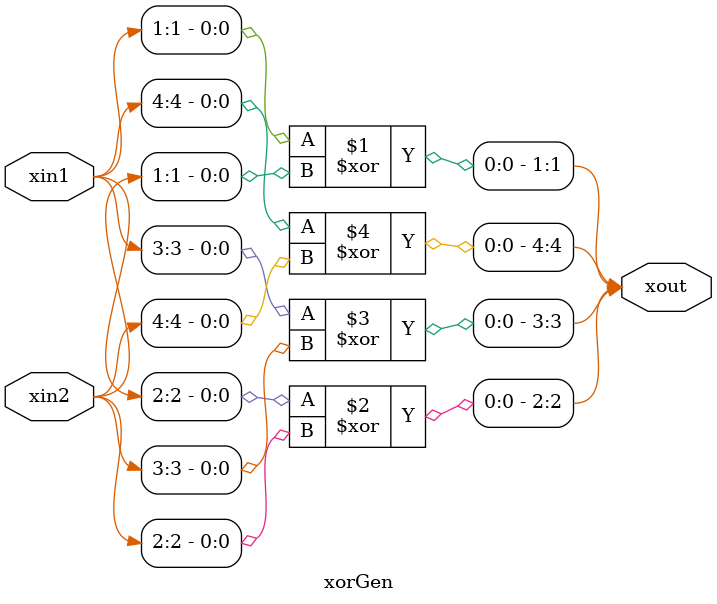
<source format=v>
module xorGen
  #(parameter width = 4,
              delay =10)
  (output [1:width]  xout,
   input  [1:width]  xin1, xin2);

  generate
    genvar i;
    for (i = 1; i <= width;  i=i+1) begin: xi
       assign #delay
          xout[i] = xin1[i] ^ xin2[i];
    end
   endgenerate
endmodule
</source>
